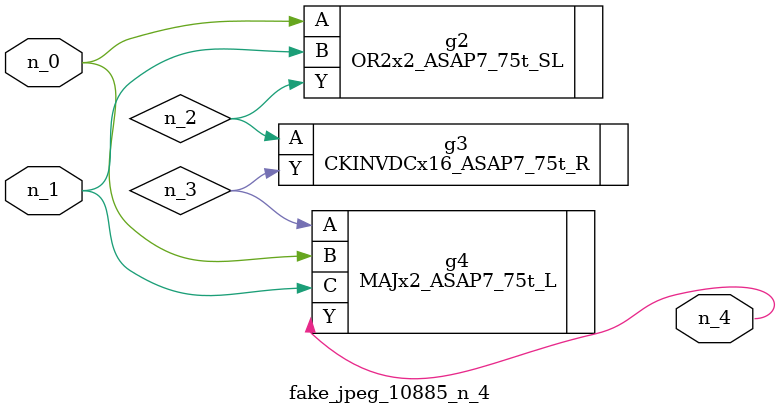
<source format=v>
module fake_jpeg_10885_n_4 (n_0, n_1, n_4);

input n_0;
input n_1;

output n_4;

wire n_2;
wire n_3;

OR2x2_ASAP7_75t_SL g2 ( 
.A(n_0),
.B(n_1),
.Y(n_2)
);

CKINVDCx16_ASAP7_75t_R g3 ( 
.A(n_2),
.Y(n_3)
);

MAJx2_ASAP7_75t_L g4 ( 
.A(n_3),
.B(n_0),
.C(n_1),
.Y(n_4)
);


endmodule
</source>
